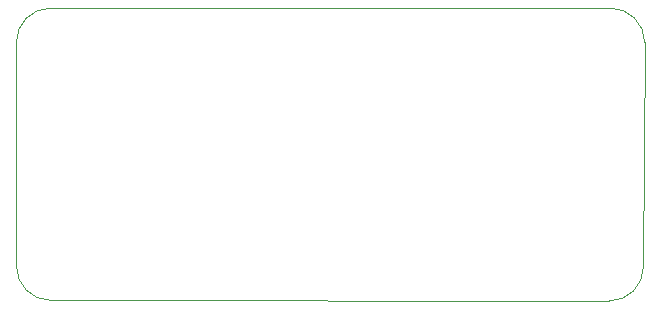
<source format=gbr>
%TF.GenerationSoftware,KiCad,Pcbnew,(6.0.7)*%
%TF.CreationDate,2023-03-22T16:10:42+01:00*%
%TF.ProjectId,PicoLink,5069636f-4c69-46e6-9b2e-6b696361645f,rev?*%
%TF.SameCoordinates,Original*%
%TF.FileFunction,Profile,NP*%
%FSLAX46Y46*%
G04 Gerber Fmt 4.6, Leading zero omitted, Abs format (unit mm)*
G04 Created by KiCad (PCBNEW (6.0.7)) date 2023-03-22 16:10:42*
%MOMM*%
%LPD*%
G01*
G04 APERTURE LIST*
%TA.AperFunction,Profile*%
%ADD10C,0.100000*%
%TD*%
G04 APERTURE END LIST*
D10*
X86650610Y-112600000D02*
X86650610Y-131549387D01*
X86650613Y-131549387D02*
G75*
G03*
X89550610Y-134449387I2899987J-13D01*
G01*
X89550610Y-134449387D02*
X136849543Y-134509863D01*
X139849611Y-112611089D02*
G75*
G03*
X136949543Y-109711089I-2900011J-11D01*
G01*
X139849543Y-112611089D02*
X139749543Y-131609863D01*
X89550610Y-109700010D02*
G75*
G03*
X86650610Y-112600000I-10J-2899990D01*
G01*
X89550610Y-109700000D02*
X136949543Y-109711089D01*
X136849543Y-134509843D02*
G75*
G03*
X139749543Y-131609863I57J2899943D01*
G01*
M02*

</source>
